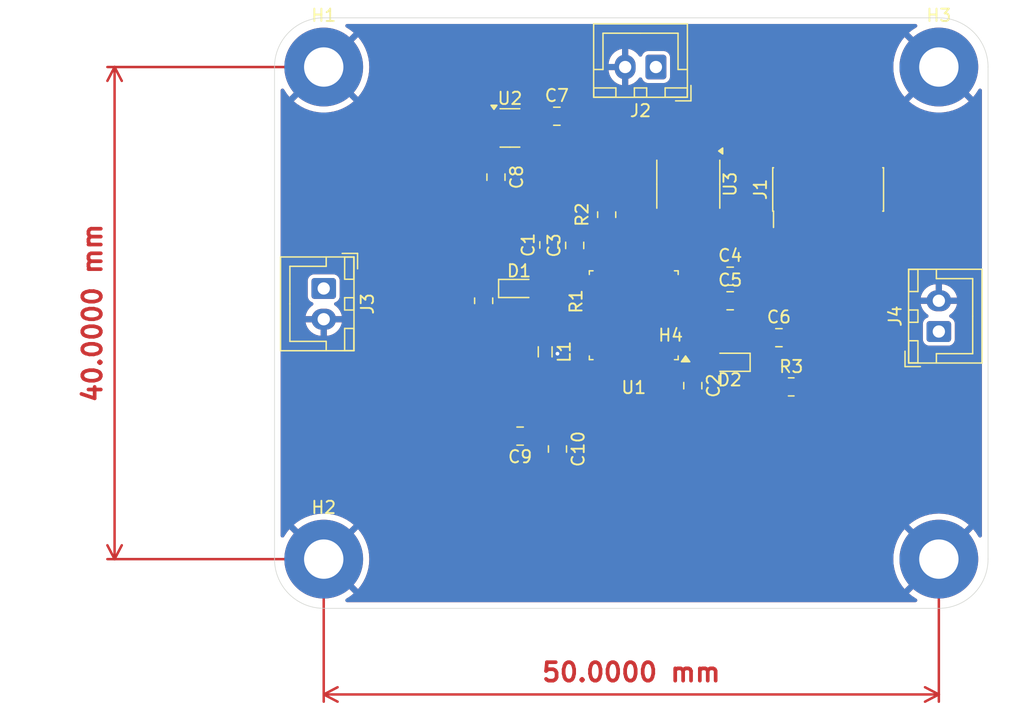
<source format=kicad_pcb>
(kicad_pcb (version 20221018) (generator pcbnew)
  (layers (0 "F.Cu" signal) (31 "B.Cu" signal) (34 "B.Paste" user) (35 "F.Paste" user) (36 "B.SilkS" user "B.Silkscreen") (37 "F.SilkS" user "F.Silkscreen") (38 "B.Mask" user) (39 "F.Mask" user) (44 "Edge.Cuts" user))
  (net 0 "")
  (net 1 "+3.3V")
  (net 2 "GND")
  (net 3 "+3.3VA")
  (net 4 "NRST")
  (net 5 "+5V")
  (net 6 "Net-(D1-K)")
  (net 7 "LED_STATUS")
  (net 8 "Net-(D2-K)")
  (net 11 "SWDIO")
  (net 12 "SWDCK")
  (net 16 "USART2_RX")
  (net 17 "USART2_TX")
  (net 18 "ADC_IN1")
  (net 19 "DAC_OUT")
  (net 20 "Net-(U1-PB9)")
  (net 23 "DAC_nLDAC")
  (net 24 "DAC_nCS")
  (net 25 "SPI1_SCK")
  (net 27 "SPI1_MOSI")
  (net 34 "SWCLK")
  (footprint "Capacitor_SMD:C_0805_2012Metric_Pad1.18x1.45mm_HandSolder" (layer "F.Cu") (at 117 62)
    (fp_text reference "C6" (at 0 -1.68) (layer "F.SilkS"))
    (fp_text value "100n")
    (fp_line (start -0.261252 -0.735) (end 0.261252 -0.735) (stroke (width 0.12)) (layer "F.SilkS"))
    (fp_line (start -0.261252 0.735) (end 0.261252 0.735) (stroke (width 0.12)) (layer "F.SilkS"))
    (pad "1" smd roundrect (at -1.0375 0) (size 1.175 1.45) (layers "F.Cu" "F.Paste" "F.Mask") (roundrect_rratio 0.212766) (net 4 "NRST"))
    (pad "2" smd roundrect (at 1.0375 0) (size 1.175 1.45) (layers "F.Cu" "F.Paste" "F.Mask") (roundrect_rratio 0.212766) (net 2 "GND"))
  )
  (footprint "Capacitor_SMD:C_0805_2012Metric_Pad1.18x1.45mm_HandSolder" (layer "F.Cu") (at 95.9625 70 180)
    (fp_text reference "C9" (at 0 -1.68) (layer "F.SilkS"))
    (fp_text value "100n")
    (fp_line (start -0.261252 -0.735) (end 0.261252 -0.735) (stroke (width 0.12)) (layer "F.SilkS"))
    (fp_line (start -0.261252 0.735) (end 0.261252 0.735) (stroke (width 0.12)) (layer "F.SilkS"))
    (pad "1" smd roundrect (at -1.0375 0 180) (size 1.175 1.45) (layers "F.Cu" "F.Paste" "F.Mask") (roundrect_rratio 0.212766) (net 3 "+3.3VA"))
    (pad "2" smd roundrect (at 1.0375 0 180) (size 1.175 1.45) (layers "F.Cu" "F.Paste" "F.Mask") (roundrect_rratio 0.212766) (net 2 "GND"))
  )
  (footprint "MountingHole:MountingHole_3.2mm_M3_Pad" (layer "F.Cu") (at 80 40)
    (fp_text reference "H1" (at 0 -4.2) (layer "F.SilkS"))
    (fp_text value "MountingHole_Pad")
    (pad "1" thru_hole circle (at 0 0) (size 6.4 6.4) (drill 3.2) (layers "*.Cu" "*.Mask") (net 2 "GND"))
  )
  (footprint "Capacitor_SMD:C_0805_2012Metric" (layer "F.Cu") (at 99 71.05 -90)
    (fp_text reference "C10" (at 0 -1.68 90) (layer "F.SilkS"))
    (fp_text value "10u")
    (fp_line (start -0.261252 -0.735) (end 0.261252 -0.735) (stroke (width 0.12)) (layer "F.SilkS"))
    (fp_line (start -0.261252 0.735) (end 0.261252 0.735) (stroke (width 0.12)) (layer "F.SilkS"))
    (pad "1" smd roundrect (at -0.95 0 270) (size 1 1.45) (layers "F.Cu" "F.Paste" "F.Mask") (net 3 "+3.3VA"))
    (pad "2" smd roundrect (at 0.95 0 270) (size 1 1.45) (layers "F.Cu" "F.Paste" "F.Mask") (net 2 "GND"))
  )
  (footprint "MountingHole:MountingHole_3.2mm_M3_Pad" (layer "F.Cu") (at 130 80)
    (fp_text reference "H4" (at -21.8 -18.2) (layer "F.SilkS"))
    (fp_text value "MountingHole_Pad")
    (pad "1" thru_hole circle (at 0 0) (size 6.4 6.4) (drill 3.2) (layers "*.Cu" "*.Mask") (net 2 "GND"))
  )
  (footprint "LED_SMD:LED_0603_1608Metric_Pad1.05x0.95mm_HandSolder" (layer "F.Cu") (at 113 64 180)
    (fp_text reference "D2" (at 0 -1.43) (layer "F.SilkS"))
    (fp_text value "GREEN LED")
    (fp_line (start -1.66 -0.735) (end -1.66 0.735) (stroke (width 0.12)) (layer "F.SilkS"))
    (fp_line (start -1.66 0.735) (end 0.8 0.735) (stroke (width 0.12)) (layer "F.SilkS"))
    (fp_line (start 0.8 -0.735) (end -1.66 -0.735) (stroke (width 0.12)) (layer "F.SilkS"))
    (pad "1" smd roundrect (at -0.875 0 180) (size 1.05 0.95) (layers "F.Cu" "F.Paste" "F.Mask") (net 8 "Net-(D2-K)"))
    (pad "2" smd roundrect (at 0.875 0 180) (size 1.05 0.95) (layers "F.Cu" "F.Paste" "F.Mask") (net 1 "+3.3V"))
  )
  (footprint "Connector_JST:JST_XH_B2B-XH-A_1x02_P2.50mm_Vertical" (layer "F.Cu") (at 80 58 -90)
    (fp_text reference "J3" (at 1.25 -3.55 90) (layer "F.SilkS"))
    (fp_text value "INPUT")
    (fp_line (start -2.85 -2.75) (end -2.85 -1.5) (stroke (width 0.12)) (layer "F.SilkS"))
    (fp_line (start -2.56 -2.46) (end -2.56 3.51) (stroke (width 0.12)) (layer "F.SilkS"))
    (fp_line (start -2.56 3.51) (end 5.06 3.51) (stroke (width 0.12)) (layer "F.SilkS"))
    (fp_line (start -2.55 -2.45) (end -2.55 -1.7) (stroke (width 0.12)) (layer "F.SilkS"))
    (fp_line (start -2.55 -1.7) (end -0.75 -1.7) (stroke (width 0.12)) (layer "F.SilkS"))
    (fp_line (start -2.55 -0.2) (end -1.8 -0.2) (stroke (width 0.12)) (layer "F.SilkS"))
    (fp_line (start -1.8 -0.2) (end -1.8 2.75) (stroke (width 0.12)) (layer "F.SilkS"))
    (fp_line (start -1.8 2.75) (end 1.25 2.75) (stroke (width 0.12)) (layer "F.SilkS"))
    (fp_line (start -1.6 -2.75) (end -2.85 -2.75) (stroke (width 0.12)) (layer "F.SilkS"))
    (fp_line (start -0.75 -2.45) (end -2.55 -2.45) (stroke (width 0.12)) (layer "F.SilkS"))
    (fp_line (start -0.75 -1.7) (end -0.75 -2.45) (stroke (width 0.12)) (layer "F.SilkS"))
    (fp_line (start 0.75 -2.45) (end 0.75 -1.7) (stroke (width 0.12)) (layer "F.SilkS"))
    (fp_line (start 0.75 -1.7) (end 1.75 -1.7) (stroke (width 0.12)) (layer "F.SilkS"))
    (fp_line (start 1.75 -2.45) (end 0.75 -2.45) (stroke (width 0.12)) (layer "F.SilkS"))
    (fp_line (start 1.75 -1.7) (end 1.75 -2.45) (stroke (width 0.12)) (layer "F.SilkS"))
    (fp_line (start 3.25 -2.45) (end 3.25 -1.7) (stroke (width 0.12)) (layer "F.SilkS"))
    (fp_line (start 3.25 -1.7) (end 5.05 -1.7) (stroke (width 0.12)) (layer "F.SilkS"))
    (fp_line (start 4.3 -0.2) (end 4.3 2.75) (stroke (width 0.12)) (layer "F.SilkS"))
    (fp_line (start 4.3 2.75) (end 1.25 2.75) (stroke (width 0.12)) (layer "F.SilkS"))
    (fp_line (start 5.05 -2.45) (end 3.25 -2.45) (stroke (width 0.12)) (layer "F.SilkS"))
    (fp_line (start 5.05 -1.7) (end 5.05 -2.45) (stroke (width 0.12)) (layer "F.SilkS"))
    (fp_line (start 5.05 -0.2) (end 4.3 -0.2) (stroke (width 0.12)) (layer "F.SilkS"))
    (fp_line (start 5.06 -2.46) (end -2.56 -2.46) (stroke (width 0.12)) (layer "F.SilkS"))
    (fp_line (start 5.06 3.51) (end 5.06 -2.46) (stroke (width 0.12)) (layer "F.SilkS"))
    (pad "1" thru_hole roundrect (at 0 0 270) (size 1.7 2) (drill 1) (layers "*.Cu" "*.Mask") (roundrect_rratio 0.147059) (net 18 "ADC_IN1"))
    (pad "2" thru_hole oval (at 2.5 0 270) (size 1.7 2) (drill 1) (layers "*.Cu" "*.Mask") (net 2 "GND"))
  )
  (footprint "Capacitor_SMD:C_0805_2012Metric_Pad1.18x1.45mm_HandSolder" (layer "F.Cu") (at 113.0375 57)
    (fp_text reference "C4" (at 0 -1.68) (layer "F.SilkS"))
    (fp_text value "1u")
    (fp_line (start -0.261252 -0.735) (end 0.261252 -0.735) (stroke (width 0.12)) (layer "F.SilkS"))
    (fp_line (start -0.261252 0.735) (end 0.261252 0.735) (stroke (width 0.12)) (layer "F.SilkS"))
    (pad "1" smd roundrect (at -1.0375 0) (size 1.175 1.45) (layers "F.Cu" "F.Paste" "F.Mask") (roundrect_rratio 0.212766) (net 3 "+3.3VA"))
    (pad "2" smd roundrect (at 1.0375 0) (size 1.175 1.45) (layers "F.Cu" "F.Paste" "F.Mask") (roundrect_rratio 0.212766) (net 2 "GND"))
  )
  (footprint "Capacitor_SMD:C_0805_2012Metric_Pad1.18x1.45mm_HandSolder" (layer "F.Cu") (at 98.3 54.4625 90)
    (fp_text reference "C1" (at 0 -1.68 90) (layer "F.SilkS"))
    (fp_text value "10u")
    (fp_line (start -0.261252 -0.735) (end 0.261252 -0.735) (stroke (width 0.12)) (layer "F.SilkS"))
    (fp_line (start -0.261252 0.735) (end 0.261252 0.735) (stroke (width 0.12)) (layer "F.SilkS"))
    (pad "1" smd roundrect (at -1.0375 0 90) (size 1.175 1.45) (layers "F.Cu" "F.Paste" "F.Mask") (roundrect_rratio 0.212766) (net 1 "+3.3V"))
    (pad "2" smd roundrect (at 1.0375 0 90) (size 1.175 1.45) (layers "F.Cu" "F.Paste" "F.Mask") (roundrect_rratio 0.212766) (net 2 "GND"))
  )
  (footprint "Resistor_SMD:R_0805_2012Metric_Pad1.20x1.40mm_HandSolder" (layer "F.Cu") (at 118 66)
    (fp_text reference "R3" (at 0 -1.65) (layer "F.SilkS"))
    (fp_text value "240")
    (fp_line (start -0.227064 -0.735) (end 0.227064 -0.735) (stroke (width 0.12)) (layer "F.SilkS"))
    (fp_line (start -0.227064 0.735) (end 0.227064 0.735) (stroke (width 0.12)) (layer "F.SilkS"))
    (pad "1" smd roundrect (at -1 0) (size 1.2 1.4) (layers "F.Cu" "F.Paste" "F.Mask") (roundrect_rratio 0.208333) (net 8 "Net-(D2-K)"))
    (pad "2" smd roundrect (at 1 0) (size 1.2 1.4) (layers "F.Cu" "F.Paste" "F.Mask") (roundrect_rratio 0.208333) (net 2 "GND"))
  )
  (footprint "Connector_JST:JST_XH_B2B-XH-A_1x02_P2.50mm_Vertical" (layer "F.Cu") (at 130 61.5 90)
    (fp_text reference "J4" (at 1.25 -3.55 90) (layer "F.SilkS"))
    (fp_text value "OUTPUT")
    (fp_line (start -2.85 -2.75) (end -2.85 -1.5) (stroke (width 0.12)) (layer "F.SilkS"))
    (fp_line (start -2.56 -2.46) (end -2.56 3.51) (stroke (width 0.12)) (layer "F.SilkS"))
    (fp_line (start -2.56 3.51) (end 5.06 3.51) (stroke (width 0.12)) (layer "F.SilkS"))
    (fp_line (start -2.55 -2.45) (end -2.55 -1.7) (stroke (width 0.12)) (layer "F.SilkS"))
    (fp_line (start -2.55 -1.7) (end -0.75 -1.7) (stroke (width 0.12)) (layer "F.SilkS"))
    (fp_line (start -2.55 -0.2) (end -1.8 -0.2) (stroke (width 0.12)) (layer "F.SilkS"))
    (fp_line (start -1.8 -0.2) (end -1.8 2.75) (stroke (width 0.12)) (layer "F.SilkS"))
    (fp_line (start -1.8 2.75) (end 1.25 2.75) (stroke (width 0.12)) (layer "F.SilkS"))
    (fp_line (start -1.6 -2.75) (end -2.85 -2.75) (stroke (width 0.12)) (layer "F.SilkS"))
    (fp_line (start -0.75 -2.45) (end -2.55 -2.45) (stroke (width 0.12)) (layer "F.SilkS"))
    (fp_line (start -0.75 -1.7) (end -0.75 -2.45) (stroke (width 0.12)) (layer "F.SilkS"))
    (fp_line (start 0.75 -2.45) (end 0.75 -1.7) (stroke (width 0.12)) (layer "F.SilkS"))
    (fp_line (start 0.75 -1.7) (end 1.75 -1.7) (stroke (width 0.12)) (layer "F.SilkS"))
    (fp_line (start 1.75 -2.45) (end 0.75 -2.45) (stroke (width 0.12)) (layer "F.SilkS"))
    (fp_line (start 1.75 -1.7) (end 1.75 -2.45) (stroke (width 0.12)) (layer "F.SilkS"))
    (fp_line (start 3.25 -2.45) (end 3.25 -1.7) (stroke (width 0.12)) (layer "F.SilkS"))
    (fp_line (start 3.25 -1.7) (end 5.05 -1.7) (stroke (width 0.12)) (layer "F.SilkS"))
    (fp_line (start 4.3 -0.2) (end 4.3 2.75) (stroke (width 0.12)) (layer "F.SilkS"))
    (fp_line (start 4.3 2.75) (end 1.25 2.75) (stroke (width 0.12)) (layer "F.SilkS"))
    (fp_line (start 5.05 -2.45) (end 3.25 -2.45) (stroke (width 0.12)) (layer "F.SilkS"))
    (fp_line (start 5.05 -1.7) (end 5.05 -2.45) (stroke (width 0.12)) (layer "F.SilkS"))
    (fp_line (start 5.05 -0.2) (end 4.3 -0.2) (stroke (width 0.12)) (layer "F.SilkS"))
    (fp_line (start 5.06 -2.46) (end -2.56 -2.46) (stroke (width 0.12)) (layer "F.SilkS"))
    (fp_line (start 5.06 3.51) (end 5.06 -2.46) (stroke (width 0.12)) (layer "F.SilkS"))
    (pad "1" thru_hole roundrect (at 0 0 90) (size 1.7 2) (drill 1) (layers "*.Cu" "*.Mask") (roundrect_rratio 0.147059) (net 19 "DAC_OUT"))
    (pad "2" thru_hole oval (at 2.5 0 90) (size 1.7 2) (drill 1) (layers "*.Cu" "*.Mask") (net 2 "GND"))
  )
  (footprint "Resistor_SMD:R_0805_2012Metric_Pad1.20x1.40mm_HandSolder" (layer "F.Cu") (at 93 59 -90)
    (fp_text reference "R1" (at 0.05 -7.51 90) (layer "F.SilkS"))
    (fp_text value "180")
    (fp_line (start -0.227064 -0.735) (end 0.227064 -0.735) (stroke (width 0.12)) (layer "F.SilkS"))
    (fp_line (start -0.227064 0.735) (end 0.227064 0.735) (stroke (width 0.12)) (layer "F.SilkS"))
    (pad "1" smd roundrect (at -1 0 270) (size 1.2 1.4) (layers "F.Cu" "F.Paste" "F.Mask") (roundrect_rratio 0.208333) (net 6 "Net-(D1-K)"))
    (pad "2" smd roundrect (at 1 0 270) (size 1.2 1.4) (layers "F.Cu" "F.Paste" "F.Mask") (roundrect_rratio 0.208333) (net 2 "GND"))
  )
  (footprint "Package_TO_SOT_SMD:SOT-23-5" (layer "F.Cu") (at 95.1375 44.95)
    (fp_text reference "U2" (at 0 -2.4) (layer "F.SilkS"))
    (fp_text value "BU33SD5WG-TR")
    (fp_line (start 0 -1.56) (end -0.8 -1.56) (stroke (width 0.12)) (layer "F.SilkS"))
    (fp_line (start 0 -1.56) (end 0.8 -1.56) (stroke (width 0.12)) (layer "F.SilkS"))
    (fp_line (start 0 1.56) (end -0.8 1.56) (stroke (width 0.12)) (layer "F.SilkS"))
    (fp_line (start 0 1.56) (end 0.8 1.56) (stroke (width 0.12)) (layer "F.SilkS"))
    (fp_poly (pts (xy -1.3 -1.51) (xy -1.54 -1.84) (xy -1.06 -1.84) (xy -1.3 -1.51)) (stroke (width 0.12)) (fill solid) (layer "F.SilkS"))
    (pad "1" smd roundrect (at -1.1375 -0.95) (size 1.325 0.6) (layers "F.Cu" "F.Paste" "F.Mask") (net 5 "+5V"))
    (pad "2" smd roundrect (at -1.1375 0) (size 1.325 0.6) (layers "F.Cu" "F.Paste" "F.Mask") (net 2 "GND"))
    (pad "3" smd roundrect (at -1.1375 0.95) (size 1.325 0.6) (layers "F.Cu" "F.Paste" "F.Mask") (net 5 "+5V"))
    (pad "4" smd roundrect (at 1.1375 0.95) (size 1.325 0.6) (layers "F.Cu" "F.Paste" "F.Mask"))
    (pad "5" smd roundrect (at 1.1375 -0.95) (size 1.325 0.6) (layers "F.Cu" "F.Paste" "F.Mask") (net 1 "+3.3V"))
  )
  (footprint "Connector_PinHeader_1.27mm:PinHeader_2x07_P1.27mm_Vertical_SMD" (layer "F.Cu") (at 121 49.95 90)
    (fp_text reference "J1" (at 0 -5.505 90) (layer "F.SilkS"))
    (fp_text value "Conn_02x07_Odd_Even")
    (fp_line (start -3.09 -4.44) (end -1.765 -4.44) (stroke (width 0.12)) (layer "F.SilkS"))
    (fp_line (start -1.765 -4.505) (end -1.765 -4.44) (stroke (width 0.12)) (layer "F.SilkS"))
    (fp_line (start -1.765 -4.505) (end 1.765 -4.505) (stroke (width 0.12)) (layer "F.SilkS"))
    (fp_line (start -1.765 4.44) (end -1.765 4.505) (stroke (width 0.12)) (layer "F.SilkS"))
    (fp_line (start -1.765 4.505) (end 1.765 4.505) (stroke (width 0.12)) (layer "F.SilkS"))
    (fp_line (start 1.765 -4.505) (end 1.765 -4.44) (stroke (width 0.12)) (layer "F.SilkS"))
    (fp_line (start 1.765 4.44) (end 1.765 4.505) (stroke (width 0.12)) (layer "F.SilkS"))
    (pad "1" smd rect (at -1.95 -3.81 90) (size 2.4 0.74) (layers "F.Cu" "F.Paste" "F.Mask"))
    (pad "2" smd rect (at 1.95 -3.81 90) (size 2.4 0.74) (layers "F.Cu" "F.Paste" "F.Mask"))
    (pad "3" smd rect (at -1.95 -2.54 90) (size 2.4 0.74) (layers "F.Cu" "F.Paste" "F.Mask") (net 1 "+3.3V"))
    (pad "4" smd rect (at 1.95 -2.54 90) (size 2.4 0.74) (layers "F.Cu" "F.Paste" "F.Mask") (net 11 "SWDIO"))
    (pad "5" smd rect (at -1.95 -1.27 90) (size 2.4 0.74) (layers "F.Cu" "F.Paste" "F.Mask") (net 2 "GND"))
    (pad "6" smd rect (at 1.95 -1.27 90) (size 2.4 0.74) (layers "F.Cu" "F.Paste" "F.Mask") (net 12 "SWDCK"))
    (pad "7" smd rect (at -1.95 0 90) (size 2.4 0.74) (layers "F.Cu" "F.Paste" "F.Mask") (net 2 "GND"))
    (pad "8" smd rect (at 1.95 0 90) (size 2.4 0.74) (layers "F.Cu" "F.Paste" "F.Mask"))
    (pad "9" smd rect (at -1.95 1.27 90) (size 2.4 0.74) (layers "F.Cu" "F.Paste" "F.Mask"))
    (pad "10" smd rect (at 1.95 1.27 90) (size 2.4 0.74) (layers "F.Cu" "F.Paste" "F.Mask"))
    (pad "11" smd rect (at -1.95 2.54 90) (size 2.4 0.74) (layers "F.Cu" "F.Paste" "F.Mask") (net 2 "GND"))
    (pad "12" smd rect (at 1.95 2.54 90) (size 2.4 0.74) (layers "F.Cu" "F.Paste" "F.Mask") (net 4 "NRST"))
    (pad "13" smd rect (at -1.95 3.81 90) (size 2.4 0.74) (layers "F.Cu" "F.Paste" "F.Mask") (net 16 "USART2_RX"))
    (pad "14" smd rect (at 1.95 3.81 90) (size 2.4 0.74) (layers "F.Cu" "F.Paste" "F.Mask") (net 17 "USART2_TX"))
  )
  (footprint "LED_SMD:LED_0603_1608Metric_Pad1.05x0.95mm_HandSolder" (layer "F.Cu") (at 95.875 58)
    (fp_text reference "D1" (at 0 -1.43) (layer "F.SilkS"))
    (fp_text value "ORANGE")
    (fp_line (start -1.66 -0.735) (end -1.66 0.735) (stroke (width 0.12)) (layer "F.SilkS"))
    (fp_line (start -1.66 0.735) (end 0.8 0.735) (stroke (width 0.12)) (layer "F.SilkS"))
    (fp_line (start 0.8 -0.735) (end -1.66 -0.735) (stroke (width 0.12)) (layer "F.SilkS"))
    (pad "1" smd roundrect (at -0.875 0) (size 1.05 0.95) (layers "F.Cu" "F.Paste" "F.Mask") (net 6 "Net-(D1-K)"))
    (pad "2" smd roundrect (at 0.875 0) (size 1.05 0.95) (layers "F.Cu" "F.Paste" "F.Mask") (net 7 "LED_STATUS"))
  )
  (footprint "Inductor_SMD:L_0805_2012Metric_Pad1.05x1.20mm_HandSolder" (layer "F.Cu") (at 98 63.15 -90)
    (fp_text reference "L1" (at 0 -1.55 90) (layer "F.SilkS"))
    (fp_text value "39n")
    (fp_line (start -0.410242 -0.56) (end 0.410242 -0.56) (stroke (width 0.12)) (layer "F.SilkS"))
    (fp_line (start -0.410242 0.56) (end 0.410242 0.56) (stroke (width 0.12)) (layer "F.SilkS"))
    (pad "1" smd roundrect (at -1.15 0 270) (size 1.05 1.2) (layers "F.Cu" "F.Paste" "F.Mask") (roundrect_rratio 0.238095) (net 1 "+3.3V"))
    (pad "2" smd roundrect (at 1.15 0 270) (size 1.05 1.2) (layers "F.Cu" "F.Paste" "F.Mask") (roundrect_rratio 0.238095) (net 3 "+3.3VA"))
  )
  (footprint "Capacitor_SMD:C_0805_2012Metric_Pad1.18x1.45mm_HandSolder" (layer "F.Cu") (at 113.0375 59)
    (fp_text reference "C5" (at 0 -1.68) (layer "F.SilkS"))
    (fp_text value "100n")
    (fp_line (start -0.261252 -0.735) (end 0.261252 -0.735) (stroke (width 0.12)) (layer "F.SilkS"))
    (fp_line (start -0.261252 0.735) (end 0.261252 0.735) (stroke (width 0.12)) (layer "F.SilkS"))
    (pad "1" smd roundrect (at -1.0375 0) (size 1.175 1.45) (layers "F.Cu" "F.Paste" "F.Mask") (roundrect_rratio 0.212766) (net 3 "+3.3VA"))
    (pad "2" smd roundrect (at 1.0375 0) (size 1.175 1.45) (layers "F.Cu" "F.Paste" "F.Mask") (roundrect_rratio 0.212766) (net 2 "GND"))
  )
  (footprint "Capacitor_SMD:C_0805_2012Metric" (layer "F.Cu") (at 98.95 44)
    (fp_text reference "C7" (at 0 -1.68) (layer "F.SilkS"))
    (fp_text value "1uF")
    (fp_line (start -0.261252 -0.735) (end 0.261252 -0.735) (stroke (width 0.12)) (layer "F.SilkS"))
    (fp_line (start -0.261252 0.735) (end 0.261252 0.735) (stroke (width 0.12)) (layer "F.SilkS"))
    (pad "1" smd roundrect (at -0.95 0) (size 1 1.45) (layers "F.Cu" "F.Paste" "F.Mask") (net 1 "+3.3V"))
    (pad "2" smd roundrect (at 0.95 0) (size 1 1.45) (layers "F.Cu" "F.Paste" "F.Mask") (net 2 "GND"))
  )
  (footprint "Capacitor_SMD:C_0805_2012Metric" (layer "F.Cu") (at 94 48.95 -90)
    (fp_text reference "C8" (at 0 -1.68 90) (layer "F.SilkS"))
    (fp_text value "1uF")
    (fp_line (start -0.261252 -0.735) (end 0.261252 -0.735) (stroke (width 0.12)) (layer "F.SilkS"))
    (fp_line (start -0.261252 0.735) (end 0.261252 0.735) (stroke (width 0.12)) (layer "F.SilkS"))
    (pad "1" smd roundrect (at -0.95 0 270) (size 1 1.45) (layers "F.Cu" "F.Paste" "F.Mask") (net 5 "+5V"))
    (pad "2" smd roundrect (at 0.95 0 270) (size 1 1.45) (layers "F.Cu" "F.Paste" "F.Mask") (net 2 "GND"))
  )
  (footprint "Connector_JST:JST_XH_B2B-XH-A_1x02_P2.50mm_Vertical" (layer "F.Cu") (at 107 40 180)
    (fp_text reference "J2" (at 1.25 -3.55) (layer "F.SilkS"))
    (fp_text value "POWER")
    (fp_line (start -2.85 -2.75) (end -2.85 -1.5) (stroke (width 0.12)) (layer "F.SilkS"))
    (fp_line (start -2.56 -2.46) (end -2.56 3.51) (stroke (width 0.12)) (layer "F.SilkS"))
    (fp_line (start -2.56 3.51) (end 5.06 3.51) (stroke (width 0.12)) (layer "F.SilkS"))
    (fp_line (start -2.55 -2.45) (end -2.55 -1.7) (stroke (width 0.12)) (layer "F.SilkS"))
    (fp_line (start -2.55 -1.7) (end -0.75 -1.7) (stroke (width 0.12)) (layer "F.SilkS"))
    (fp_line (start -2.55 -0.2) (end -1.8 -0.2) (stroke (width 0.12)) (layer "F.SilkS"))
    (fp_line (start -1.8 -0.2) (end -1.8 2.75) (stroke (width 0.12)) (layer "F.SilkS"))
    (fp_line (start -1.8 2.75) (end 1.25 2.75) (stroke (width 0.12)) (layer "F.SilkS"))
    (fp_line (start -1.6 -2.75) (end -2.85 -2.75) (stroke (width 0.12)) (layer "F.SilkS"))
    (fp_line (start -0.75 -2.45) (end -2.55 -2.45) (stroke (width 0.12)) (layer "F.SilkS"))
    (fp_line (start -0.75 -1.7) (end -0.75 -2.45) (stroke (width 0.12)) (layer "F.SilkS"))
    (fp_line (start 0.75 -2.45) (end 0.75 -1.7) (stroke (width 0.12)) (layer "F.SilkS"))
    (fp_line (start 0.75 -1.7) (end 1.75 -1.7) (stroke (width 0.12)) (layer "F.SilkS"))
    (fp_line (start 1.75 -2.45) (end 0.75 -2.45) (stroke (width 0.12)) (layer "F.SilkS"))
    (fp_line (start 1.75 -1.7) (end 1.75 -2.45) (stroke (width 0.12)) (layer "F.SilkS"))
    (fp_line (start 3.25 -2.45) (end 3.25 -1.7) (stroke (width 0.12)) (layer "F.SilkS"))
    (fp_line (start 3.25 -1.7) (end 5.05 -1.7) (stroke (width 0.12)) (layer "F.SilkS"))
    (fp_line (start 4.3 -0.2) (end 4.3 2.75) (stroke (width 0.12)) (layer "F.SilkS"))
    (fp_line (start 4.3 2.75) (end 1.25 2.75) (stroke (width 0.12)) (layer "F.SilkS"))
    (fp_line (start 5.05 -2.45) (end 3.25 -2.45) (stroke (width 0.12)) (layer "F.SilkS"))
    (fp_line (start 5.05 -1.7) (end 5.05 -2.45) (stroke (width 0.12)) (layer "F.SilkS"))
    (fp_line (start 5.05 -0.2) (end 4.3 -0.2) (stroke (width 0.12)) (layer "F.SilkS"))
    (fp_line (start 5.06 -2.46) (end -2.56 -2.46) (stroke (width 0.12)) (layer "F.SilkS"))
    (fp_line (start 5.06 3.51) (end 5.06 -2.46) (stroke (width 0.12)) (layer "F.SilkS"))
    (pad "1" thru_hole roundrect (at 0 0 180) (size 1.7 2) (drill 1) (layers "*.Cu" "*.Mask") (roundrect_rratio 0.147059) (net 5 "+5V"))
    (pad "2" thru_hole oval (at 2.5 0 180) (size 1.7 2) (drill 1) (layers "*.Cu" "*.Mask") (net 2 "GND"))
  )
  (footprint "MountingHole:MountingHole_3.2mm_M3_Pad" (layer "F.Cu") (at 80 80)
    (fp_text reference "H2" (at 0 -4.2) (layer "F.SilkS"))
    (fp_text value "MountingHole_Pad")
    (pad "1" thru_hole circle (at 0 0) (size 6.4 6.4) (drill 3.2) (layers "*.Cu" "*.Mask") (net 2 "GND"))
  )
  (footprint "Package_QFP:LQFP-32_7x7mm_P0.8mm" (layer "F.Cu") (at 105.2 60.175 180)
    (fp_text reference "U1" (at 0 -5.88) (layer "F.SilkS"))
    (fp_text value "STM32L021K4Tx")
    (fp_line (start -3.61 -3.61) (end -3.61 -3.31) (stroke (width 0.12)) (layer "F.SilkS"))
    (fp_line (start -3.61 3.61) (end -3.61 3.31) (stroke (width 0.12)) (layer "F.SilkS"))
    (fp_line (start -3.31 -3.61) (end -3.61 -3.61) (stroke (width 0.12)) (layer "F.SilkS"))
    (fp_line (start -3.31 3.61) (end -3.61 3.61) (stroke (width 0.12)) (layer "F.SilkS"))
    (fp_line (start 3.31 -3.61) (end 3.61 -3.61) (stroke (width 0.12)) (layer "F.SilkS"))
    (fp_line (start 3.31 3.61) (end 3.61 3.61) (stroke (width 0.12)) (layer "F.SilkS"))
    (fp_line (start 3.61 -3.61) (end 3.61 -3.31) (stroke (width 0.12)) (layer "F.SilkS"))
    (fp_line (start 3.61 3.61) (end 3.61 3.31) (stroke (width 0.12)) (layer "F.SilkS"))
    (fp_poly (pts (xy -4.2125 -3.31) (xy -4.5525 -3.78) (xy -3.8725 -3.78) (xy -4.2125 -3.31)) (stroke (width 0.12)) (fill solid) (layer "F.SilkS"))
    (pad "1" smd roundrect (at -4.175 -2.8 180) (size 1.5 0.5) (layers "F.Cu" "F.Paste" "F.Mask") (net 1 "+3.3V"))
    (pad "2" smd roundrect (at -4.175 -2 180) (size 1.5 0.5) (layers "F.Cu" "F.Paste" "F.Mask"))
    (pad "3" smd roundrect (at -4.175 -1.2 180) (size 1.5 0.5) (layers "F.Cu" "F.Paste" "F.Mask"))
    (pad "4" smd roundrect (at -4.175 -0.4 180) (size 1.5 0.5) (layers "F.Cu" "F.Paste" "F.Mask") (net 4 "NRST"))
    (pad "5" smd roundrect (at -4.175 0.4 180) (size 1.5 0.5) (layers "F.Cu" "F.Paste" "F.Mask") (net 3 "+3.3VA"))
    (pad "6" smd roundrect (at -4.175 1.2 180) (size 1.5 0.5) (layers "F.Cu" "F.Paste" "F.Mask") (net 16 "USART2_RX"))
    (pad "7" smd roundrect (at -4.175 2 180) (size 1.5 0.5) (layers "F.Cu" "F.Paste" "F.Mask") (net 18 "ADC_IN1"))
    (pad "8" smd roundrect (at -4.175 2.8 180) (size 1.5 0.5) (layers "F.Cu" "F.Paste" "F.Mask") (net 17 "USART2_TX"))
    (pad "9" smd roundrect (at -2.8 4.175 180) (size 0.5 1.5) (layers "F.Cu" "F.Paste" "F.Mask") (net 23 "DAC_nLDAC"))
    (pad "10" smd roundrect (at -2 4.175 180) (size 0.5 1.5) (layers "F.Cu" "F.Paste" "F.Mask") (net 24 "DAC_nCS"))
    (pad "11" smd roundrect (at -1.2 4.175 180) (size 0.5 1.5) (layers "F.Cu" "F.Paste" "F.Mask") (net 25 "SPI1_SCK"))
    (pad "12" smd roundrect (at -0.4 4.175 180) (size 0.5 1.5) (layers "F.Cu" "F.Paste" "F.Mask"))
    (pad "13" smd roundrect (at 0.4 4.175 180) (size 0.5 1.5) (layers "F.Cu" "F.Paste" "F.Mask") (net 27 "SPI1_MOSI"))
    (pad "14" smd roundrect (at 1.2 4.175 180) (size 0.5 1.5) (layers "F.Cu" "F.Paste" "F.Mask"))
    (pad "15" smd roundrect (at 2 4.175 180) (size 0.5 1.5) (layers "F.Cu" "F.Paste" "F.Mask"))
    (pad "16" smd roundrect (at 2.8 4.175 180) (size 0.5 1.5) (layers "F.Cu" "F.Paste" "F.Mask") (net 2 "GND"))
    (pad "17" smd roundrect (at 4.175 2.8 180) (size 1.5 0.5) (layers "F.Cu" "F.Paste" "F.Mask") (net 1 "+3.3V"))
    (pad "18" smd roundrect (at 4.175 2 180) (size 1.5 0.5) (layers "F.Cu" "F.Paste" "F.Mask") (net 7 "LED_STATUS"))
    (pad "19" smd roundrect (at 4.175 1.2 180) (size 1.5 0.5) (layers "F.Cu" "F.Paste" "F.Mask"))
    (pad "20" smd roundrect (at 4.175 0.4 180) (size 1.5 0.5) (layers "F.Cu" "F.Paste" "F.Mask"))
    (pad "21" smd roundrect (at 4.175 -0.4 180) (size 1.5 0.5) (layers "F.Cu" "F.Paste" "F.Mask"))
    (pad "22" smd roundrect (at 4.175 -1.2 180) (size 1.5 0.5) (layers "F.Cu" "F.Paste" "F.Mask"))
    (pad "23" smd roundrect (at 4.175 -2 180) (size 1.5 0.5) (layers "F.Cu" "F.Paste" "F.Mask") (net 11 "SWDIO"))
    (pad "24" smd roundrect (at 4.175 -2.8 180) (size 1.5 0.5) (layers "F.Cu" "F.Paste" "F.Mask") (net 34 "SWCLK"))
    (pad "25" smd roundrect (at 2.8 -4.175 180) (size 0.5 1.5) (layers "F.Cu" "F.Paste" "F.Mask"))
    (pad "26" smd roundrect (at 2 -4.175 180) (size 0.5 1.5) (layers "F.Cu" "F.Paste" "F.Mask"))
    (pad "27" smd roundrect (at 1.2 -4.175 180) (size 0.5 1.5) (layers "F.Cu" "F.Paste" "F.Mask"))
    (pad "28" smd roundrect (at 0.4 -4.175 180) (size 0.5 1.5) (layers "F.Cu" "F.Paste" "F.Mask"))
    (pad "29" smd roundrect (at -0.4 -4.175 180) (size 0.5 1.5) (layers "F.Cu" "F.Paste" "F.Mask"))
    (pad "30" smd roundrect (at -1.2 -4.175 180) (size 0.5 1.5) (layers "F.Cu" "F.Paste" "F.Mask"))
    (pad "31" smd roundrect (at -2 -4.175 180) (size 0.5 1.5) (layers "F.Cu" "F.Paste" "F.Mask") (net 20 "Net-(U1-PB9)"))
    (pad "32" smd roundrect (at -2.8 -4.175 180) (size 0.5 1.5) (layers "F.Cu" "F.Paste" "F.Mask") (net 2 "GND"))
  )
  (footprint "Capacitor_SMD:C_0805_2012Metric_Pad1.18x1.45mm_HandSolder" (layer "F.Cu") (at 110 65.9 -90)
    (fp_text reference "C2" (at 0 -1.68 90) (layer "F.SilkS"))
    (fp_text value "100n")
    (fp_line (start -0.261252 -0.735) (end 0.261252 -0.735) (stroke (width 0.12)) (layer "F.SilkS"))
    (fp_line (start -0.261252 0.735) (end 0.261252 0.735) (stroke (width 0.12)) (layer "F.SilkS"))
    (pad "1" smd roundrect (at -1.0375 0 270) (size 1.175 1.45) (layers "F.Cu" "F.Paste" "F.Mask") (roundrect_rratio 0.212766) (net 1 "+3.3V"))
    (pad "2" smd roundrect (at 1.0375 0 270) (size 1.175 1.45) (layers "F.Cu" "F.Paste" "F.Mask") (roundrect_rratio 0.212766) (net 2 "GND"))
  )
  (footprint "Package_SO:SOIC-8_3.9x4.9mm_P1.27mm" (layer "F.Cu") (at 109.635 49.525 -90)
    (fp_text reference "U3" (at 0 -3.4 90) (layer "F.SilkS"))
    (fp_text value "MCP4801-E/SN")
    (fp_line (start 0 -2.56) (end -1.95 -2.56) (stroke (width 0.12)) (layer "F.SilkS"))
    (fp_line (start 0 -2.56) (end 1.95 -2.56) (stroke (width 0.12)) (layer "F.SilkS"))
    (fp_line (start 0 2.56) (end -1.95 2.56) (stroke (width 0.12)) (layer "F.SilkS"))
    (fp_line (start 0 2.56) (end 1.95 2.56) (stroke (width 0.12)) (layer "F.SilkS"))
    (fp_poly (pts (xy -2.7 -2.465) (xy -2.94 -2.795) (xy -2.46 -2.795) (xy -2.7 -2.465)) (stroke (width 0.12)) (fill solid) (layer "F.SilkS"))
    (pad "1" smd roundrect (at -2.475 -1.905 270) (size 1.95 0.6) (layers "F.Cu" "F.Paste" "F.Mask") (net 3 "+3.3VA"))
    (pad "2" smd roundrect (at -2.475 -0.635 270) (size 1.95 0.6) (layers "F.Cu" "F.Paste" "F.Mask") (net 24 "DAC_nCS"))
    (pad "3" smd roundrect (at -2.475 0.635 270) (size 1.95 0.6) (layers "F.Cu" "F.Paste" "F.Mask") (net 25 "SPI1_SCK"))
    (pad "4" smd roundrect (at -2.475 1.905 270) (size 1.95 0.6) (layers "F.Cu" "F.Paste" "F.Mask") (net 27 "SPI1_MOSI"))
    (pad "5" smd roundrect (at 2.475 1.905 270) (size 1.95 0.6) (layers "F.Cu" "F.Paste" "F.Mask") (net 23 "DAC_nLDAC"))
    (pad "6" smd roundrect (at 2.475 0.635 270) (size 1.95 0.6) (layers "F.Cu" "F.Paste" "F.Mask") (net 3 "+3.3VA"))
    (pad "7" smd roundrect (at 2.475 -0.635 270) (size 1.95 0.6) (layers "F.Cu" "F.Paste" "F.Mask") (net 2 "GND"))
    (pad "8" smd roundrect (at 2.475 -1.905 270) (size 1.95 0.6) (layers "F.Cu" "F.Paste" "F.Mask") (net 19 "DAC_OUT"))
  )
  (footprint "MountingHole:MountingHole_3.2mm_M3_Pad" (layer "F.Cu") (at 130 40)
    (fp_text reference "H3" (at 0 -4.2) (layer "F.SilkS"))
    (fp_text value "MountingHole_Pad")
    (pad "1" thru_hole circle (at 0 0) (size 6.4 6.4) (drill 3.2) (layers "*.Cu" "*.Mask") (net 2 "GND"))
  )
  (footprint "Resistor_SMD:R_0805_2012Metric_Pad1.20x1.40mm_HandSolder" (layer "F.Cu") (at 103 52 90)
    (fp_text reference "R2" (at 0 -2 90) (layer "F.SilkS"))
    (fp_text value "100k")
    (fp_line (start -0.227064 -0.735) (end 0.227064 -0.735) (stroke (width 0.12)) (layer "F.SilkS"))
    (fp_line (start -0.227064 0.735) (end 0.227064 0.735) (stroke (width 0.12)) (layer "F.SilkS"))
    (pad "1" smd roundrect (at -1 0 90) (size 1.2 1.4) (layers "F.Cu" "F.Paste" "F.Mask") (roundrect_rratio 0.208333) (net 20 "Net-(U1-PB9)"))
    (pad "2" smd roundrect (at 1 0 90) (size 1.2 1.4) (layers "F.Cu" "F.Paste" "F.Mask") (roundrect_rratio 0.208333) (net 2 "GND"))
  )
  (footprint "Capacitor_SMD:C_0805_2012Metric_Pad1.18x1.45mm_HandSolder" (layer "F.Cu") (at 100.4 54.5 90)
    (fp_text reference "C3" (at 0 -1.68 90) (layer "F.SilkS"))
    (fp_text value "100n")
    (fp_line (start -0.261252 -0.735) (end 0.261252 -0.735) (stroke (width 0.12)) (layer "F.SilkS"))
    (fp_line (start -0.261252 0.735) (end 0.261252 0.735) (stroke (width 0.12)) (layer "F.SilkS"))
    (pad "1" smd roundrect (at -1.0375 0 90) (size 1.175 1.45) (layers "F.Cu" "F.Paste" "F.Mask") (roundrect_rratio 0.212766) (net 1 "+3.3V"))
    (pad "2" smd roundrect (at 1.0375 0 90) (size 1.175 1.45) (layers "F.Cu" "F.Paste" "F.Mask") (roundrect_rratio 0.212766) (net 2 "GND"))
  )
  (gr_arc (start 80 84) (mid 77.171573 82.828427) (end 76 80) (stroke (width 0.05)) (layer "Edge.Cuts"))
  (gr_line (start 134 40) (end 134 80) (stroke (width 0.05)) (layer "Edge.Cuts"))
  (gr_arc (start 134 80) (mid 132.828427 82.828427) (end 130 84) (stroke (width 0.05)) (layer "Edge.Cuts"))
  (gr_arc (start 130 36) (mid 132.828427 37.171573) (end 134 40) (stroke (width 0.05)) (layer "Edge.Cuts"))
  (gr_line (start 130 84) (end 80 84) (stroke (width 0.05)) (layer "Edge.Cuts"))
  (gr_arc (start 76 40) (mid 77.171573 37.171573) (end 80 36) (stroke (width 0.05)) (layer "Edge.Cuts"))
  (gr_line (start 80 36) (end 130 36) (stroke (width 0.05)) (layer "Edge.Cuts"))
  (gr_line (start 76 80) (end 76 40) (stroke (width 0.05)) (layer "Edge.Cuts"))
  (dimension (type aligned) (layer "F.Cu") (pts (xy 80 80) (xy 130 80)) (height 11) (gr_text "50.0000 mm" (at 105 89.2) (layer "F.Cu") (effects (font (size 1.5 1.5) (thickness 0.3)))) (format (prefix "") (suffix "") (units 3) (units_format 1) (precision 4)) (style (thickness 0.2) (arrow_length 1.27) (text_position_mode 0) (extension_height 0.58642) (extension_offset 0.5) keep_text_aligned))
  (dimension (type aligned) (layer "F.Cu") (pts (xy 80 40) (xy 80 80)) (height 17) (gr_text "40.0000 mm" (at 61.2 60 90) (layer "F.Cu") (effects (font (size 1.5 1.5) (thickness 0.3)))) (format (prefix "") (suffix "") (units 3) (units_format 1) (precision 4)) (style (thickness 0.2) (arrow_length 1.27) (text_position_mode 0) (extension_height 0.58642) (extension_offset 0.5) keep_text_aligned))
  (via (at 99 63.3) (size 0.6) (drill 0.3) (layers "F.Cu" "B.Cu") (net 2))
  (zone (net 2) (net_name "GND") (layers "F&B.Cu") (connect_pads (clearance 0.3)) (min_thickness 0.3) (fill yes (thermal_gap 0.5) (thermal_bridge_width 0.5))
    (polygon (pts (xy 76 36) (xy 134 36) (xy 134 84) (xy 76 84)))
  )
)
</source>
